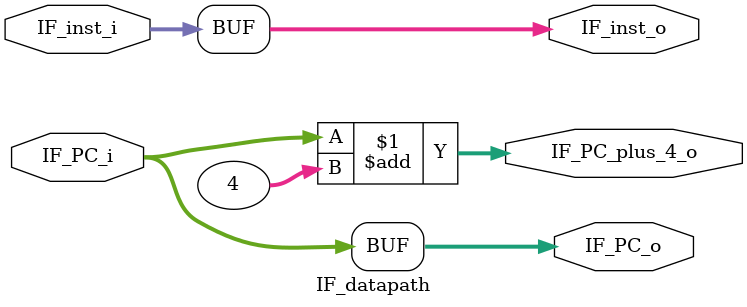
<source format=v>
module IF_datapath #(
    parameter INST_WIDTH = 32,
    parameter PC_WIDTH = 32,
    parameter INST_ADDR_WIDTH = 32
)(
    input wire [INST_WIDTH-1:0] IF_inst_i,
    input wire [INST_ADDR_WIDTH-1:0] IF_PC_i,

    output wire [INST_WIDTH-1:0] IF_inst_o,
    output wire [INST_ADDR_WIDTH-1:0] IF_PC_o,
    output wire [INST_ADDR_WIDTH-1:0] IF_PC_plus_4_o 
);

assign IF_inst_o = IF_inst_i;
assign IF_PC_o = IF_PC_i;
assign IF_PC_plus_4_o = IF_PC_i + 4;

endmodule
</source>
